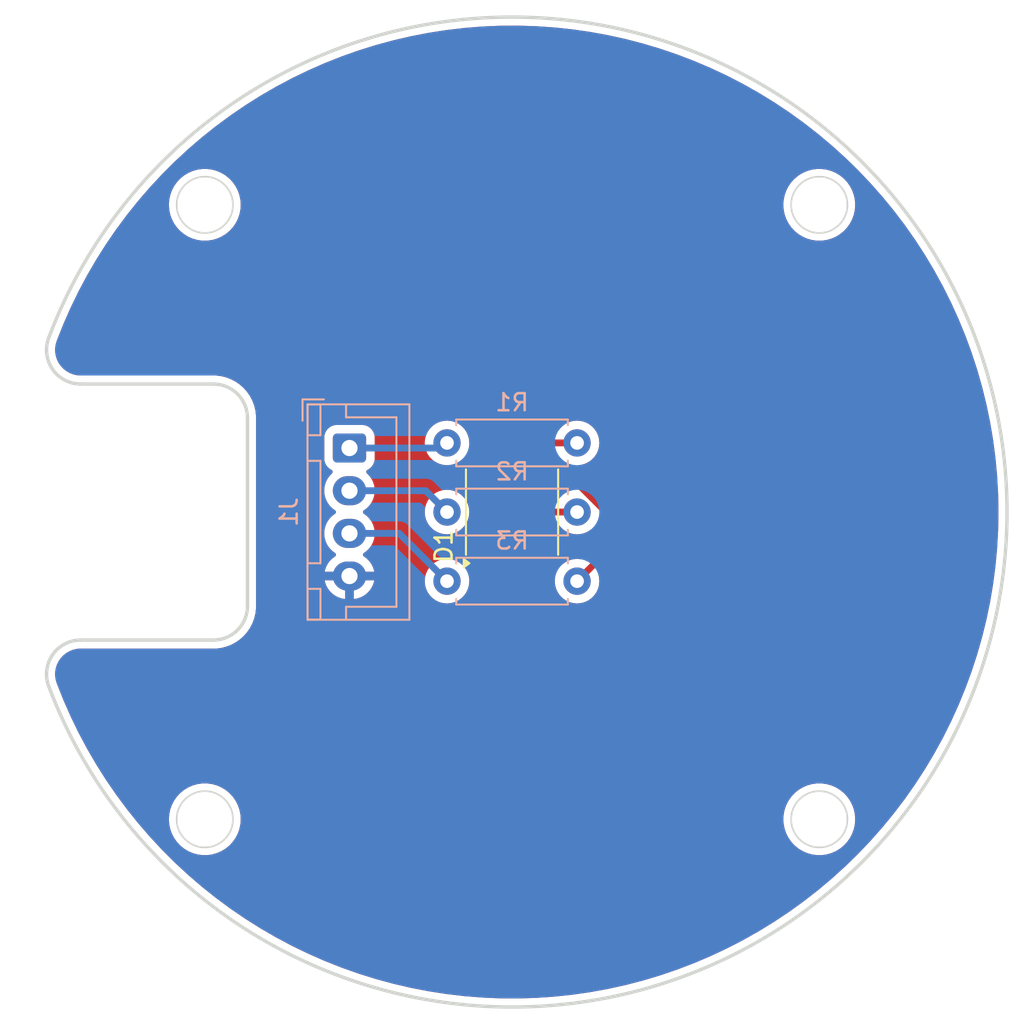
<source format=kicad_pcb>
(kicad_pcb (version 20240108) (generator "pcbnew") (generator_version "8.0")
  (layers (0 "F.Cu" signal) (31 "B.Cu" signal) (34 "B.Paste" user) (35 "F.Paste" user) (36 "B.SilkS" user "B.Silkscreen") (37 "F.SilkS" user "F.Silkscreen") (38 "B.Mask" user) (39 "F.Mask" user) (44 "Edge.Cuts" user))
  (net 0 "")
  (net 1 "Net-(D1-GA)")
  (net 2 "GND")
  (net 3 "Net-(D1-RA)")
  (net 4 "Net-(D1-BA)")
  (net 5 "G_LED")
  (net 6 "R_LED")
  (net 7 "B_LED")
  (footprint "MountingHole:MountingHole_3.2mm_M3" (layer "F.Cu") (at 82 118)
    (property "Reference" "REF**" (hide yes))
    (property "Value" "MountingHole_3.2mm_M3")
    (pad "" np_thru_hole circle (at 0 0) (size 3.2 3.2) (drill 3.2) (layers "*.Cu" "*.Mask"))
  )
  (footprint "MountingHole:MountingHole_3.2mm_M3" (layer "F.Cu") (at 118 82)
    (property "Reference" "REF**" (hide yes))
    (property "Value" "MountingHole_3.2mm_M3")
    (pad "" np_thru_hole circle (at 0 0) (size 3.2 3.2) (drill 3.2) (layers "*.Cu" "*.Mask"))
  )
  (footprint "LED_SMD:LED_RGB_5050-6" (layer "F.Cu") (at 100 100 90)
    (property "Reference" "D1" (at -2 -4 90) (layer "F.SilkS"))
    (property "Value" "LED_RGB")
    (fp_line (start -2.5 -2.7) (end 2.5 -2.7) (stroke (width 0.12)) (layer "F.SilkS"))
    (fp_line (start 2.5 2.7) (end -2.5 2.7) (stroke (width 0.12)) (layer "F.SilkS"))
    (fp_poly (pts (xy -3 -2.5) (xy -3.24 -2.83) (xy -2.76 -2.83) (xy -3 -2.5)) (stroke (width 0.12)) (fill solid) (layer "F.SilkS"))
    (pad "1" smd rect (at -2.4 -1.7 180) (size 1.1 2) (layers "F.Cu" "F.Paste" "F.Mask") (net 2 "GND"))
    (pad "2" smd rect (at -2.4 0 180) (size 1.1 2) (layers "F.Cu" "F.Paste" "F.Mask") (net 2 "GND"))
    (pad "3" smd rect (at -2.4 1.7 180) (size 1.1 2) (layers "F.Cu" "F.Paste" "F.Mask") (net 2 "GND"))
    (pad "4" smd rect (at 2.4 1.7 180) (size 1.1 2) (layers "F.Cu" "F.Paste" "F.Mask") (net 4 "Net-(D1-BA)"))
    (pad "5" smd rect (at 2.4 0 180) (size 1.1 2) (layers "F.Cu" "F.Paste" "F.Mask") (net 1 "Net-(D1-GA)"))
    (pad "6" smd rect (at 2.4 -1.7 180) (size 1.1 2) (layers "F.Cu" "F.Paste" "F.Mask") (net 3 "Net-(D1-RA)"))
  )
  (footprint "MountingHole:MountingHole_3.2mm_M3" (layer "F.Cu") (at 118 118)
    (property "Reference" "REF**" (hide yes))
    (property "Value" "MountingHole_3.2mm_M3")
    (pad "" np_thru_hole circle (at 0 0) (size 3.2 3.2) (drill 3.2) (layers "*.Cu" "*.Mask"))
  )
  (footprint "MountingHole:MountingHole_3.2mm_M3" (layer "F.Cu") (at 82 82)
    (property "Reference" "REF**" (hide yes))
    (property "Value" "MountingHole_3.2mm_M3")
    (pad "" np_thru_hole circle (at 0 0) (size 3.2 3.2) (drill 3.2) (layers "*.Cu" "*.Mask"))
  )
  (footprint "Connector_JST:JST_XH_B4B-XH-A_1x04_P2.50mm_Vertical" (layer "B.Cu") (at 90.475 96.25 -90)
    (property "Reference" "J1" (at 3.75 3.55 90) (layer "B.SilkS") (effects (justify mirror)))
    (property "Value" "Conn_01x04")
    (fp_line (start -2.85 2.75) (end -1.6 2.75) (stroke (width 0.12)) (layer "B.SilkS"))
    (fp_line (start -2.56 2.46) (end 10.06 2.46) (stroke (width 0.12)) (layer "B.SilkS"))
    (fp_line (start 10.06 2.46) (end 10.06 -3.51) (stroke (width 0.12)) (layer "B.SilkS"))
    (fp_line (start -2.55 2.45) (end -0.75 2.45) (stroke (width 0.12)) (layer "B.SilkS"))
    (fp_line (start -0.75 2.45) (end -0.75 1.7) (stroke (width 0.12)) (layer "B.SilkS"))
    (fp_line (start 0.75 2.45) (end 6.75 2.45) (stroke (width 0.12)) (layer "B.SilkS"))
    (fp_line (start 6.75 2.45) (end 6.75 1.7) (stroke (width 0.12)) (layer "B.SilkS"))
    (fp_line (start 8.25 2.45) (end 10.05 2.45) (stroke (width 0.12)) (layer "B.SilkS"))
    (fp_line (start 10.05 2.45) (end 10.05 1.7) (stroke (width 0.12)) (layer "B.SilkS"))
    (fp_line (start -2.55 1.7) (end -2.55 2.45) (stroke (width 0.12)) (layer "B.SilkS"))
    (fp_line (start -0.75 1.7) (end -2.55 1.7) (stroke (width 0.12)) (layer "B.SilkS"))
    (fp_line (start 0.75 1.7) (end 0.75 2.45) (stroke (width 0.12)) (layer "B.SilkS"))
    (fp_line (start 6.75 1.7) (end 0.75 1.7) (stroke (width 0.12)) (layer "B.SilkS"))
    (fp_line (start 8.25 1.7) (end 8.25 2.45) (stroke (width 0.12)) (layer "B.SilkS"))
    (fp_line (start 10.05 1.7) (end 8.25 1.7) (stroke (width 0.12)) (layer "B.SilkS"))
    (fp_line (start -2.85 1.5) (end -2.85 2.75) (stroke (width 0.12)) (layer "B.SilkS"))
    (fp_line (start -1.8 0.2) (end -2.55 0.2) (stroke (width 0.12)) (layer "B.SilkS"))
    (fp_line (start 9.3 0.2) (end 10.05 0.2) (stroke (width 0.12)) (layer "B.SilkS"))
    (fp_line (start -1.8 -2.75) (end -1.8 0.2) (stroke (width 0.12)) (layer "B.SilkS"))
    (fp_line (start 3.75 -2.75) (end -1.8 -2.75) (stroke (width 0.12)) (layer "B.SilkS"))
    (fp_line (start 3.75 -2.75) (end 9.3 -2.75) (stroke (width 0.12)) (layer "B.SilkS"))
    (fp_line (start 9.3 -2.75) (end 9.3 0.2) (stroke (width 0.12)) (layer "B.SilkS"))
    (fp_line (start -2.56 -3.51) (end -2.56 2.46) (stroke (width 0.12)) (layer "B.SilkS"))
    (fp_line (start 10.06 -3.51) (end -2.56 -3.51) (stroke (width 0.12)) (layer "B.SilkS"))
    (pad "1" thru_hole roundrect (at 0 0 270) (size 1.7 1.95) (drill 0.95) (layers "*.Cu" "*.Mask") (roundrect_rratio 0.147059) (net 5 "G_LED"))
    (pad "2" thru_hole oval (at 2.5 0 270) (size 1.7 1.95) (drill 0.95) (layers "*.Cu" "*.Mask") (net 6 "R_LED"))
    (pad "3" thru_hole oval (at 5 0 270) (size 1.7 1.95) (drill 0.95) (layers "*.Cu" "*.Mask") (net 7 "B_LED"))
    (pad "4" thru_hole oval (at 7.5 0 270) (size 1.7 1.95) (drill 0.95) (layers "*.Cu" "*.Mask") (net 2 "GND"))
  )
  (footprint "Resistor_THT:R_Axial_DIN0207_L6.3mm_D2.5mm_P7.62mm_Horizontal" (layer "B.Cu") (at 103.81 95.95 180)
    (property "Reference" "R1" (at 3.81 2.37 0) (layer "B.SilkS") (effects (justify mirror)))
    (property "Value" "R")
    (fp_line (start 7.08 1.37) (end 0.54 1.37) (stroke (width 0.12)) (layer "B.SilkS"))
    (fp_line (start 7.08 1.04) (end 7.08 1.37) (stroke (width 0.12)) (layer "B.SilkS"))
    (fp_line (start 7.08 -1.04) (end 7.08 -1.37) (stroke (width 0.12)) (layer "B.SilkS"))
    (fp_line (start 7.08 -1.37) (end 0.54 -1.37) (stroke (width 0.12)) (layer "B.SilkS"))
    (fp_line (start 0.54 1.37) (end 0.54 1.04) (stroke (width 0.12)) (layer "B.SilkS"))
    (fp_line (start 0.54 -1.37) (end 0.54 -1.04) (stroke (width 0.12)) (layer "B.SilkS"))
    (pad "1" thru_hole circle (at 0 0 180) (size 1.6 1.6) (drill 0.8) (layers "*.Cu" "*.Mask") (net 3 "Net-(D1-RA)"))
    (pad "2" thru_hole oval (at 7.62 0 180) (size 1.6 1.6) (drill 0.8) (layers "*.Cu" "*.Mask") (net 5 "G_LED"))
  )
  (footprint "Resistor_THT:R_Axial_DIN0207_L6.3mm_D2.5mm_P7.62mm_Horizontal" (layer "B.Cu") (at 103.81 100 180)
    (property "Reference" "R2" (at 3.81 2.37 0) (layer "B.SilkS") (effects (justify mirror)))
    (property "Value" "R")
    (fp_line (start 7.08 1.37) (end 0.54 1.37) (stroke (width 0.12)) (layer "B.SilkS"))
    (fp_line (start 7.08 1.04) (end 7.08 1.37) (stroke (width 0.12)) (layer "B.SilkS"))
    (fp_line (start 7.08 -1.04) (end 7.08 -1.37) (stroke (width 0.12)) (layer "B.SilkS"))
    (fp_line (start 7.08 -1.37) (end 0.54 -1.37) (stroke (width 0.12)) (layer "B.SilkS"))
    (fp_line (start 0.54 1.37) (end 0.54 1.04) (stroke (width 0.12)) (layer "B.SilkS"))
    (fp_line (start 0.54 -1.37) (end 0.54 -1.04) (stroke (width 0.12)) (layer "B.SilkS"))
    (pad "1" thru_hole circle (at 0 0 180) (size 1.6 1.6) (drill 0.8) (layers "*.Cu" "*.Mask") (net 1 "Net-(D1-GA)"))
    (pad "2" thru_hole oval (at 7.62 0 180) (size 1.6 1.6) (drill 0.8) (layers "*.Cu" "*.Mask") (net 6 "R_LED"))
  )
  (footprint "Resistor_THT:R_Axial_DIN0207_L6.3mm_D2.5mm_P7.62mm_Horizontal" (layer "B.Cu") (at 103.81 104.05 180)
    (property "Reference" "R3" (at 3.81 2.37 0) (layer "B.SilkS") (effects (justify mirror)))
    (property "Value" "R")
    (fp_line (start 7.08 1.37) (end 0.54 1.37) (stroke (width 0.12)) (layer "B.SilkS"))
    (fp_line (start 7.08 1.04) (end 7.08 1.37) (stroke (width 0.12)) (layer "B.SilkS"))
    (fp_line (start 7.08 -1.04) (end 7.08 -1.37) (stroke (width 0.12)) (layer "B.SilkS"))
    (fp_line (start 7.08 -1.37) (end 0.54 -1.37) (stroke (width 0.12)) (layer "B.SilkS"))
    (fp_line (start 0.54 1.37) (end 0.54 1.04) (stroke (width 0.12)) (layer "B.SilkS"))
    (fp_line (start 0.54 -1.37) (end 0.54 -1.04) (stroke (width 0.12)) (layer "B.SilkS"))
    (pad "1" thru_hole circle (at 0 0 180) (size 1.6 1.6) (drill 0.8) (layers "*.Cu" "*.Mask") (net 4 "Net-(D1-BA)"))
    (pad "2" thru_hole oval (at 7.62 0 180) (size 1.6 1.6) (drill 0.8) (layers "*.Cu" "*.Mask") (net 7 "B_LED"))
  )
  (gr_circle (center 82 82) (end 83.6 82) (stroke (width 0.2)) (fill none) (layer "Edge.Cuts"))
  (gr_arc (start 82.500005 92.5) (mid 83.914215 93.085787) (end 84.5 94.5) (stroke (width 0.2)) (layer "Edge.Cuts"))
  (gr_arc (start 74.726485 92.5) (mid 73.082198 91.638546) (end 72.854385 89.796296) (stroke (width 0.2)) (layer "Edge.Cuts"))
  (gr_circle (center 82 118) (end 83.6 118) (stroke (width 0.2)) (fill none) (layer "Edge.Cuts"))
  (gr_arc (start 72.854385 89.796296) (mid 129 100) (end 72.854385 110.203704) (stroke (width 0.2)) (layer "Edge.Cuts"))
  (gr_arc (start 84.5 105.5) (mid 83.911558 106.916864) (end 82.492502 107.5) (stroke (width 0.2)) (layer "Edge.Cuts"))
  (gr_arc (start 72.854385 110.203704) (mid 73.082202 108.361451) (end 74.726496 107.5) (stroke (width 0.2)) (layer "Edge.Cuts"))
  (gr_circle (center 118 118) (end 119.6 118) (stroke (width 0.2)) (fill none) (layer "Edge.Cuts"))
  (gr_line (start 82.492502 107.5) (end 74.726496 107.5) (stroke (width 0.2)) (layer "Edge.Cuts"))
  (gr_line (start 84.5 94.5) (end 84.5 105.5) (stroke (width 0.2)) (layer "Edge.Cuts"))
  (gr_circle (center 118 82) (end 119.6 82) (stroke (width 0.2)) (fill none) (layer "Edge.Cuts"))
  (gr_line (start 74.726485 92.5) (end 82.500005 92.5) (stroke (width 0.2)) (layer "Edge.Cuts"))
  (segment (start 103.81 100) (end 101.95 100) (width 0.4) (layer "F.Cu") (net 1))
  (segment (start 101.95 100) (end 100 98.05) (width 0.4) (layer "F.Cu") (net 1))
  (segment (start 100 98.05) (end 100 97.6) (width 0.4) (layer "F.Cu") (net 1))
  (segment (start 103.81 95.95) (end 99.5 95.95) (width 0.4) (layer "F.Cu") (net 3))
  (segment (start 98.3 97.15) (end 98.3 97.6) (width 0.4) (layer "F.Cu") (net 3))
  (segment (start 99.5 95.95) (end 98.3 97.15) (width 0.4) (layer "F.Cu") (net 3))
  (segment (start 103.107057 97.6) (end 101.7 97.6) (width 0.4) (layer "F.Cu") (net 4))
  (segment (start 105.5 99.992943) (end 103.107057 97.6) (width 0.4) (layer "F.Cu") (net 4))
  (segment (start 105.5 102.36) (end 103.81 104.05) (width 0.4) (layer "F.Cu") (net 4))
  (segment (start 105.5 99.992943) (end 105.5 102.36) (width 0.4) (layer "F.Cu") (net 4))
  (segment (start 95.89 96.25) (end 96.19 95.95) (width 0.4) (layer "B.Cu") (net 5))
  (segment (start 90.475 96.25) (end 95.89 96.25) (width 0.4) (layer "B.Cu") (net 5))
  (segment (start 94.94 98.75) (end 96.19 100) (width 0.4) (layer "B.Cu") (net 6))
  (segment (start 90.475 98.75) (end 94.94 98.75) (width 0.4) (layer "B.Cu") (net 6))
  (segment (start 93.39 101.25) (end 96.19 104.05) (width 0.4) (layer "B.Cu") (net 7))
  (segment (start 90.475 101.25) (end 93.39 101.25) (width 0.4) (layer "B.Cu") (net 7))
  (zone (net 2) (net_name "GND") (layers "F&B.Cu") (connect_pads (clearance 0.5)) (min_thickness 0.25) (fill yes (thermal_gap 0.5) (thermal_bridge_width 0.5))
    (polygon (pts (xy 70 70) (xy 130 70) (xy 130 130) (xy 70 130)))
  )
)
</source>
